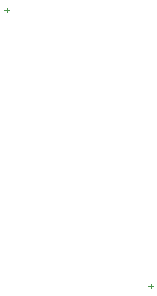
<source format=gm1>
G04*
G04 #@! TF.GenerationSoftware,Altium Limited,Altium Designer,23.7.1 (13)*
G04*
G04 Layer_Color=16711935*
%FSLAX44Y44*%
%MOMM*%
G71*
G04*
G04 #@! TF.SameCoordinates,CA0AFEA4-99C7-4052-BA11-7F101D67CBD2*
G04*
G04*
G04 #@! TF.FilePolarity,Positive*
G04*
G01*
G75*
%ADD108C,0.1000*%
D108*
X-51250Y-227646D02*
X-47250D01*
X-49250Y-229646D02*
Y-225646D01*
X-171250Y4000D02*
Y8000D01*
X-173250Y6000D02*
X-169250D01*
M02*

</source>
